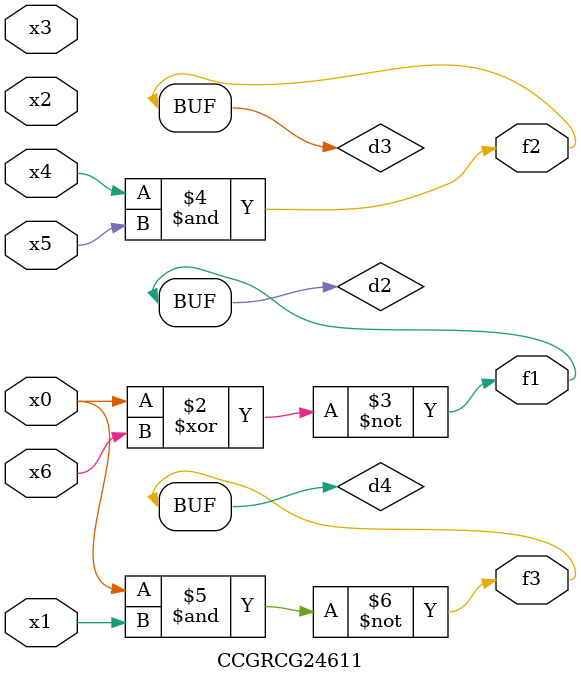
<source format=v>
module CCGRCG24611(
	input x0, x1, x2, x3, x4, x5, x6,
	output f1, f2, f3
);

	wire d1, d2, d3, d4;

	nor (d1, x0);
	xnor (d2, x0, x6);
	and (d3, x4, x5);
	nand (d4, x0, x1);
	assign f1 = d2;
	assign f2 = d3;
	assign f3 = d4;
endmodule

</source>
